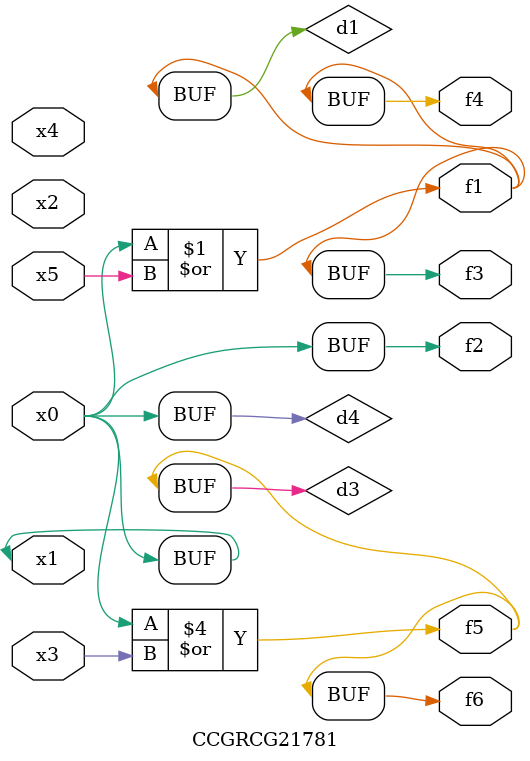
<source format=v>
module CCGRCG21781(
	input x0, x1, x2, x3, x4, x5,
	output f1, f2, f3, f4, f5, f6
);

	wire d1, d2, d3, d4;

	or (d1, x0, x5);
	xnor (d2, x1, x4);
	or (d3, x0, x3);
	buf (d4, x0, x1);
	assign f1 = d1;
	assign f2 = d4;
	assign f3 = d1;
	assign f4 = d1;
	assign f5 = d3;
	assign f6 = d3;
endmodule

</source>
